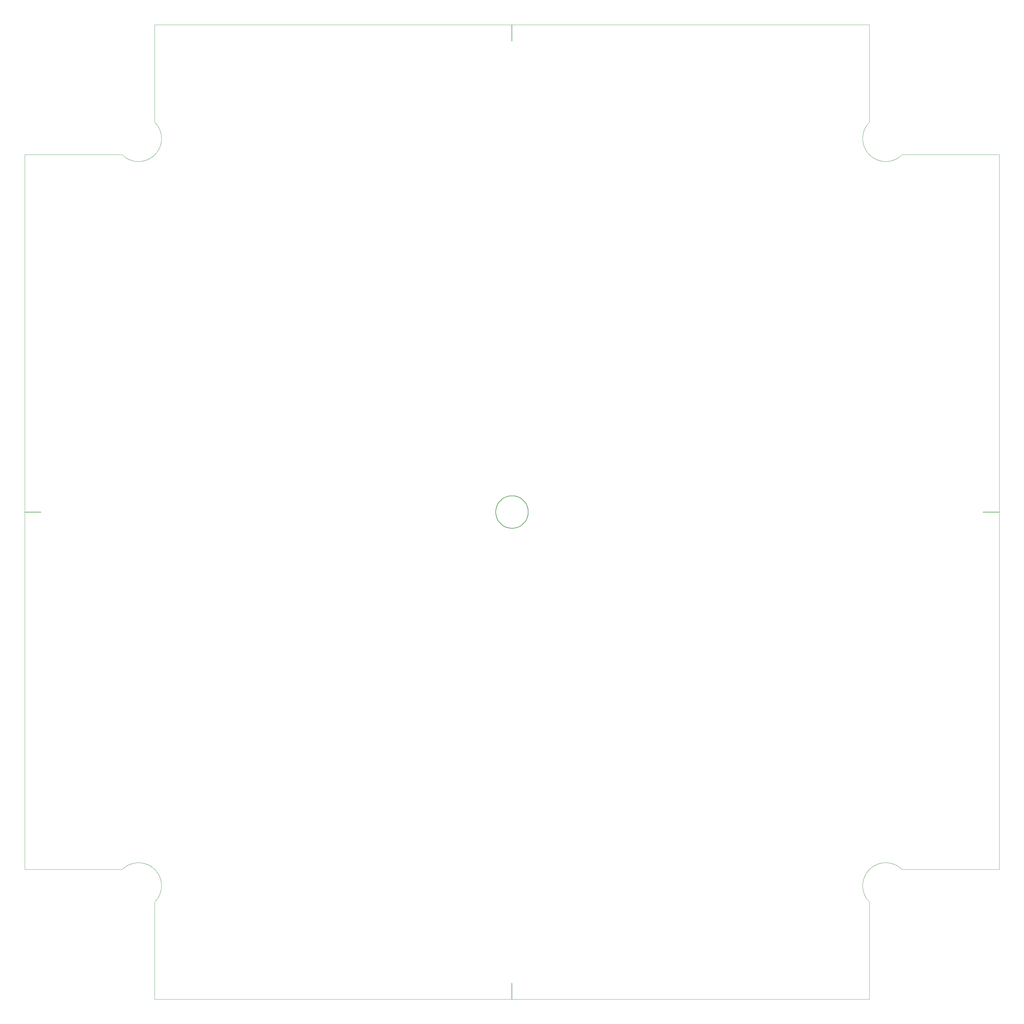
<source format=gto>
G75*
%MOIN*%
%OFA0B0*%
%FSLAX25Y25*%
%IPPOS*%
%LPD*%
%AMOC8*
5,1,8,0,0,1.08239X$1,22.5*
%
%ADD10C,0.00000*%
%ADD11C,0.00748*%
D10*
X0198650Y0159280D02*
X0199127Y0159769D01*
X0199592Y0160269D01*
X0200045Y0160781D01*
X0200485Y0161304D01*
X0200912Y0161838D01*
X0201325Y0162381D01*
X0201726Y0162935D01*
X0202112Y0163498D01*
X0202485Y0164071D01*
X0202843Y0164653D01*
X0203187Y0165243D01*
X0203517Y0165842D01*
X0203831Y0166448D01*
X0204131Y0167062D01*
X0204416Y0167683D01*
X0204685Y0168311D01*
X0204939Y0168946D01*
X0205177Y0169586D01*
X0205399Y0170232D01*
X0205605Y0170884D01*
X0205796Y0171540D01*
X0205970Y0172201D01*
X0206128Y0172865D01*
X0206269Y0173534D01*
X0206394Y0174206D01*
X0206503Y0174880D01*
X0206595Y0175557D01*
X0206670Y0176236D01*
X0206729Y0176917D01*
X0206770Y0177599D01*
X0206796Y0178282D01*
X0206804Y0178965D01*
X0206796Y0179648D01*
X0206770Y0180331D01*
X0206729Y0181013D01*
X0206670Y0181694D01*
X0206595Y0182373D01*
X0206503Y0183050D01*
X0206394Y0183724D01*
X0206269Y0184396D01*
X0206128Y0185065D01*
X0205970Y0185729D01*
X0205796Y0186390D01*
X0205605Y0187046D01*
X0205399Y0187698D01*
X0205177Y0188344D01*
X0204939Y0188984D01*
X0204685Y0189619D01*
X0204416Y0190247D01*
X0204131Y0190868D01*
X0203831Y0191482D01*
X0203517Y0192088D01*
X0203187Y0192687D01*
X0202843Y0193277D01*
X0202485Y0193859D01*
X0202112Y0194432D01*
X0201726Y0194995D01*
X0201325Y0195549D01*
X0200912Y0196092D01*
X0200485Y0196626D01*
X0200045Y0197149D01*
X0199592Y0197661D01*
X0199127Y0198161D01*
X0198650Y0198650D01*
X0198161Y0199127D01*
X0197661Y0199592D01*
X0197149Y0200045D01*
X0196626Y0200485D01*
X0196092Y0200912D01*
X0195549Y0201325D01*
X0194995Y0201726D01*
X0194432Y0202112D01*
X0193859Y0202485D01*
X0193277Y0202843D01*
X0192687Y0203187D01*
X0192088Y0203517D01*
X0191482Y0203831D01*
X0190868Y0204131D01*
X0190247Y0204416D01*
X0189619Y0204685D01*
X0188984Y0204939D01*
X0188344Y0205177D01*
X0187698Y0205399D01*
X0187046Y0205605D01*
X0186390Y0205796D01*
X0185729Y0205970D01*
X0185065Y0206128D01*
X0184396Y0206269D01*
X0183724Y0206394D01*
X0183050Y0206503D01*
X0182373Y0206595D01*
X0181694Y0206670D01*
X0181013Y0206729D01*
X0180331Y0206770D01*
X0179648Y0206796D01*
X0178965Y0206804D01*
X0178282Y0206796D01*
X0177599Y0206770D01*
X0176917Y0206729D01*
X0176236Y0206670D01*
X0175557Y0206595D01*
X0174880Y0206503D01*
X0174206Y0206394D01*
X0173534Y0206269D01*
X0172865Y0206128D01*
X0172201Y0205970D01*
X0171540Y0205796D01*
X0170884Y0205605D01*
X0170232Y0205399D01*
X0169586Y0205177D01*
X0168946Y0204939D01*
X0168311Y0204685D01*
X0167683Y0204416D01*
X0167062Y0204131D01*
X0166448Y0203831D01*
X0165842Y0203517D01*
X0165243Y0203187D01*
X0164653Y0202843D01*
X0164071Y0202485D01*
X0163498Y0202112D01*
X0162935Y0201726D01*
X0162381Y0201325D01*
X0161838Y0200912D01*
X0161304Y0200485D01*
X0160781Y0200045D01*
X0160269Y0199592D01*
X0159769Y0199127D01*
X0159280Y0198650D01*
X0041170Y0198650D01*
X0041170Y1064792D01*
X0159280Y1064792D01*
X0159765Y1064318D01*
X0160262Y1063857D01*
X0160769Y1063407D01*
X0161288Y1062971D01*
X0161817Y1062547D01*
X0162356Y1062135D01*
X0162905Y1061738D01*
X0163463Y1061353D01*
X0164031Y1060983D01*
X0164607Y1060626D01*
X0165193Y1060283D01*
X0165786Y1059955D01*
X0166387Y1059642D01*
X0166995Y1059343D01*
X0167611Y1059059D01*
X0168233Y1058790D01*
X0168862Y1058536D01*
X0169497Y1058298D01*
X0170137Y1058075D01*
X0170782Y1057868D01*
X0171433Y1057676D01*
X0172088Y1057501D01*
X0172747Y1057341D01*
X0173409Y1057198D01*
X0174075Y1057071D01*
X0174744Y1056960D01*
X0175415Y1056865D01*
X0176089Y1056787D01*
X0176764Y1056725D01*
X0177440Y1056680D01*
X0178118Y1056651D01*
X0178796Y1056639D01*
X0179473Y1056643D01*
X0180151Y1056663D01*
X0180828Y1056700D01*
X0181504Y1056754D01*
X0182178Y1056824D01*
X0182851Y1056911D01*
X0183521Y1057013D01*
X0184188Y1057132D01*
X0184852Y1057268D01*
X0185513Y1057419D01*
X0186170Y1057587D01*
X0186823Y1057770D01*
X0187471Y1057969D01*
X0188114Y1058184D01*
X0188751Y1058415D01*
X0189383Y1058661D01*
X0190009Y1058922D01*
X0190628Y1059199D01*
X0191240Y1059490D01*
X0191845Y1059797D01*
X0192442Y1060118D01*
X0193031Y1060453D01*
X0193612Y1060803D01*
X0194184Y1061166D01*
X0194747Y1061544D01*
X0195301Y1061935D01*
X0195845Y1062339D01*
X0196379Y1062757D01*
X0196903Y1063187D01*
X0197416Y1063631D01*
X0197918Y1064086D01*
X0198409Y1064554D01*
X0198888Y1065033D01*
X0199356Y1065524D01*
X0199811Y1066026D01*
X0200255Y1066539D01*
X0200685Y1067063D01*
X0201103Y1067597D01*
X0201507Y1068141D01*
X0201898Y1068695D01*
X0202276Y1069258D01*
X0202639Y1069830D01*
X0202989Y1070411D01*
X0203324Y1071000D01*
X0203645Y1071597D01*
X0203952Y1072202D01*
X0204243Y1072814D01*
X0204520Y1073433D01*
X0204781Y1074059D01*
X0205027Y1074691D01*
X0205258Y1075328D01*
X0205473Y1075971D01*
X0205672Y1076619D01*
X0205855Y1077272D01*
X0206023Y1077929D01*
X0206174Y1078590D01*
X0206310Y1079254D01*
X0206429Y1079921D01*
X0206531Y1080591D01*
X0206618Y1081264D01*
X0206688Y1081938D01*
X0206742Y1082614D01*
X0206779Y1083291D01*
X0206799Y1083969D01*
X0206803Y1084646D01*
X0206791Y1085324D01*
X0206762Y1086002D01*
X0206717Y1086678D01*
X0206655Y1087353D01*
X0206577Y1088027D01*
X0206482Y1088698D01*
X0206371Y1089367D01*
X0206244Y1090033D01*
X0206101Y1090695D01*
X0205941Y1091354D01*
X0205766Y1092009D01*
X0205574Y1092660D01*
X0205367Y1093305D01*
X0205144Y1093945D01*
X0204906Y1094580D01*
X0204652Y1095209D01*
X0204383Y1095831D01*
X0204099Y1096447D01*
X0203800Y1097055D01*
X0203487Y1097656D01*
X0203159Y1098249D01*
X0202816Y1098835D01*
X0202459Y1099411D01*
X0202089Y1099979D01*
X0201704Y1100537D01*
X0201307Y1101086D01*
X0200895Y1101625D01*
X0200471Y1102154D01*
X0200035Y1102673D01*
X0199585Y1103180D01*
X0199124Y1103677D01*
X0198650Y1104162D01*
X0198650Y1222272D01*
X1064792Y1222272D01*
X1064792Y1104162D01*
X1064318Y1103677D01*
X1063857Y1103180D01*
X1063407Y1102673D01*
X1062971Y1102154D01*
X1062547Y1101625D01*
X1062135Y1101086D01*
X1061738Y1100537D01*
X1061353Y1099979D01*
X1060983Y1099411D01*
X1060626Y1098835D01*
X1060283Y1098249D01*
X1059955Y1097656D01*
X1059642Y1097055D01*
X1059343Y1096447D01*
X1059059Y1095831D01*
X1058790Y1095209D01*
X1058536Y1094580D01*
X1058298Y1093945D01*
X1058075Y1093305D01*
X1057868Y1092660D01*
X1057676Y1092009D01*
X1057501Y1091354D01*
X1057341Y1090695D01*
X1057198Y1090033D01*
X1057071Y1089367D01*
X1056960Y1088698D01*
X1056865Y1088027D01*
X1056787Y1087353D01*
X1056725Y1086678D01*
X1056680Y1086002D01*
X1056651Y1085324D01*
X1056639Y1084646D01*
X1056643Y1083969D01*
X1056663Y1083291D01*
X1056700Y1082614D01*
X1056754Y1081938D01*
X1056824Y1081264D01*
X1056911Y1080591D01*
X1057013Y1079921D01*
X1057132Y1079254D01*
X1057268Y1078590D01*
X1057419Y1077929D01*
X1057587Y1077272D01*
X1057770Y1076619D01*
X1057969Y1075971D01*
X1058184Y1075328D01*
X1058415Y1074691D01*
X1058661Y1074059D01*
X1058922Y1073433D01*
X1059199Y1072814D01*
X1059490Y1072202D01*
X1059797Y1071597D01*
X1060118Y1071000D01*
X1060453Y1070411D01*
X1060803Y1069830D01*
X1061166Y1069258D01*
X1061544Y1068695D01*
X1061935Y1068141D01*
X1062339Y1067597D01*
X1062757Y1067063D01*
X1063187Y1066539D01*
X1063631Y1066026D01*
X1064086Y1065524D01*
X1064554Y1065033D01*
X1065033Y1064554D01*
X1065524Y1064086D01*
X1066026Y1063631D01*
X1066539Y1063187D01*
X1067063Y1062757D01*
X1067597Y1062339D01*
X1068141Y1061935D01*
X1068695Y1061544D01*
X1069258Y1061166D01*
X1069830Y1060803D01*
X1070411Y1060453D01*
X1071000Y1060118D01*
X1071597Y1059797D01*
X1072202Y1059490D01*
X1072814Y1059199D01*
X1073433Y1058922D01*
X1074059Y1058661D01*
X1074691Y1058415D01*
X1075328Y1058184D01*
X1075971Y1057969D01*
X1076619Y1057770D01*
X1077272Y1057587D01*
X1077929Y1057419D01*
X1078590Y1057268D01*
X1079254Y1057132D01*
X1079921Y1057013D01*
X1080591Y1056911D01*
X1081264Y1056824D01*
X1081938Y1056754D01*
X1082614Y1056700D01*
X1083291Y1056663D01*
X1083969Y1056643D01*
X1084646Y1056639D01*
X1085324Y1056651D01*
X1086002Y1056680D01*
X1086678Y1056725D01*
X1087353Y1056787D01*
X1088027Y1056865D01*
X1088698Y1056960D01*
X1089367Y1057071D01*
X1090033Y1057198D01*
X1090695Y1057341D01*
X1091354Y1057501D01*
X1092009Y1057676D01*
X1092660Y1057868D01*
X1093305Y1058075D01*
X1093945Y1058298D01*
X1094580Y1058536D01*
X1095209Y1058790D01*
X1095831Y1059059D01*
X1096447Y1059343D01*
X1097055Y1059642D01*
X1097656Y1059955D01*
X1098249Y1060283D01*
X1098835Y1060626D01*
X1099411Y1060983D01*
X1099979Y1061353D01*
X1100537Y1061738D01*
X1101086Y1062135D01*
X1101625Y1062547D01*
X1102154Y1062971D01*
X1102673Y1063407D01*
X1103180Y1063857D01*
X1103677Y1064318D01*
X1104162Y1064792D01*
X1222272Y1064792D01*
X1222272Y0198650D01*
X1104162Y0198650D01*
X1103677Y0199124D01*
X1103180Y0199585D01*
X1102673Y0200035D01*
X1102154Y0200471D01*
X1101625Y0200895D01*
X1101086Y0201307D01*
X1100537Y0201704D01*
X1099979Y0202089D01*
X1099411Y0202459D01*
X1098835Y0202816D01*
X1098249Y0203159D01*
X1097656Y0203487D01*
X1097055Y0203800D01*
X1096447Y0204099D01*
X1095831Y0204383D01*
X1095209Y0204652D01*
X1094580Y0204906D01*
X1093945Y0205144D01*
X1093305Y0205367D01*
X1092660Y0205574D01*
X1092009Y0205766D01*
X1091354Y0205941D01*
X1090695Y0206101D01*
X1090033Y0206244D01*
X1089367Y0206371D01*
X1088698Y0206482D01*
X1088027Y0206577D01*
X1087353Y0206655D01*
X1086678Y0206717D01*
X1086002Y0206762D01*
X1085324Y0206791D01*
X1084646Y0206803D01*
X1083969Y0206799D01*
X1083291Y0206779D01*
X1082614Y0206742D01*
X1081938Y0206688D01*
X1081264Y0206618D01*
X1080591Y0206531D01*
X1079921Y0206429D01*
X1079254Y0206310D01*
X1078590Y0206174D01*
X1077929Y0206023D01*
X1077272Y0205855D01*
X1076619Y0205672D01*
X1075971Y0205473D01*
X1075328Y0205258D01*
X1074691Y0205027D01*
X1074059Y0204781D01*
X1073433Y0204520D01*
X1072814Y0204243D01*
X1072202Y0203952D01*
X1071597Y0203645D01*
X1071000Y0203324D01*
X1070411Y0202989D01*
X1069830Y0202639D01*
X1069258Y0202276D01*
X1068695Y0201898D01*
X1068141Y0201507D01*
X1067597Y0201103D01*
X1067063Y0200685D01*
X1066539Y0200255D01*
X1066026Y0199811D01*
X1065524Y0199356D01*
X1065033Y0198888D01*
X1064554Y0198409D01*
X1064086Y0197918D01*
X1063631Y0197416D01*
X1063187Y0196903D01*
X1062757Y0196379D01*
X1062339Y0195845D01*
X1061935Y0195301D01*
X1061544Y0194747D01*
X1061166Y0194184D01*
X1060803Y0193612D01*
X1060453Y0193031D01*
X1060118Y0192442D01*
X1059797Y0191845D01*
X1059490Y0191240D01*
X1059199Y0190628D01*
X1058922Y0190009D01*
X1058661Y0189383D01*
X1058415Y0188751D01*
X1058184Y0188114D01*
X1057969Y0187471D01*
X1057770Y0186823D01*
X1057587Y0186170D01*
X1057419Y0185513D01*
X1057268Y0184852D01*
X1057132Y0184188D01*
X1057013Y0183521D01*
X1056911Y0182851D01*
X1056824Y0182178D01*
X1056754Y0181504D01*
X1056700Y0180828D01*
X1056663Y0180151D01*
X1056643Y0179473D01*
X1056639Y0178796D01*
X1056651Y0178118D01*
X1056680Y0177440D01*
X1056725Y0176764D01*
X1056787Y0176089D01*
X1056865Y0175415D01*
X1056960Y0174744D01*
X1057071Y0174075D01*
X1057198Y0173409D01*
X1057341Y0172747D01*
X1057501Y0172088D01*
X1057676Y0171433D01*
X1057868Y0170782D01*
X1058075Y0170137D01*
X1058298Y0169497D01*
X1058536Y0168862D01*
X1058790Y0168233D01*
X1059059Y0167611D01*
X1059343Y0166995D01*
X1059642Y0166387D01*
X1059955Y0165786D01*
X1060283Y0165193D01*
X1060626Y0164607D01*
X1060983Y0164031D01*
X1061353Y0163463D01*
X1061738Y0162905D01*
X1062135Y0162356D01*
X1062547Y0161817D01*
X1062971Y0161288D01*
X1063407Y0160769D01*
X1063857Y0160262D01*
X1064318Y0159765D01*
X1064792Y0159280D01*
X1064792Y0041170D01*
X0198650Y0041170D01*
X0198650Y0159280D01*
D11*
X0631721Y0060855D02*
X0631721Y0041170D01*
X0612036Y0631721D02*
X0612042Y0632204D01*
X0612060Y0632687D01*
X0612089Y0633169D01*
X0612131Y0633650D01*
X0612184Y0634131D01*
X0612249Y0634609D01*
X0612326Y0635086D01*
X0612414Y0635561D01*
X0612514Y0636034D01*
X0612626Y0636504D01*
X0612749Y0636971D01*
X0612884Y0637435D01*
X0613030Y0637896D01*
X0613187Y0638353D01*
X0613355Y0638806D01*
X0613534Y0639254D01*
X0613725Y0639698D01*
X0613926Y0640137D01*
X0614138Y0640572D01*
X0614360Y0641000D01*
X0614593Y0641424D01*
X0614837Y0641841D01*
X0615090Y0642252D01*
X0615354Y0642657D01*
X0615627Y0643056D01*
X0615910Y0643447D01*
X0616202Y0643832D01*
X0616504Y0644209D01*
X0616815Y0644579D01*
X0617135Y0644941D01*
X0617464Y0645295D01*
X0617802Y0645640D01*
X0618147Y0645978D01*
X0618501Y0646307D01*
X0618863Y0646627D01*
X0619233Y0646938D01*
X0619610Y0647240D01*
X0619995Y0647532D01*
X0620386Y0647815D01*
X0620785Y0648088D01*
X0621190Y0648352D01*
X0621601Y0648605D01*
X0622018Y0648849D01*
X0622442Y0649082D01*
X0622870Y0649304D01*
X0623305Y0649516D01*
X0623744Y0649717D01*
X0624188Y0649908D01*
X0624636Y0650087D01*
X0625089Y0650255D01*
X0625546Y0650412D01*
X0626007Y0650558D01*
X0626471Y0650693D01*
X0626938Y0650816D01*
X0627408Y0650928D01*
X0627881Y0651028D01*
X0628356Y0651116D01*
X0628833Y0651193D01*
X0629311Y0651258D01*
X0629792Y0651311D01*
X0630273Y0651353D01*
X0630755Y0651382D01*
X0631238Y0651400D01*
X0631721Y0651406D01*
X0632204Y0651400D01*
X0632687Y0651382D01*
X0633169Y0651353D01*
X0633650Y0651311D01*
X0634131Y0651258D01*
X0634609Y0651193D01*
X0635086Y0651116D01*
X0635561Y0651028D01*
X0636034Y0650928D01*
X0636504Y0650816D01*
X0636971Y0650693D01*
X0637435Y0650558D01*
X0637896Y0650412D01*
X0638353Y0650255D01*
X0638806Y0650087D01*
X0639254Y0649908D01*
X0639698Y0649717D01*
X0640137Y0649516D01*
X0640572Y0649304D01*
X0641000Y0649082D01*
X0641424Y0648849D01*
X0641841Y0648605D01*
X0642252Y0648352D01*
X0642657Y0648088D01*
X0643056Y0647815D01*
X0643447Y0647532D01*
X0643832Y0647240D01*
X0644209Y0646938D01*
X0644579Y0646627D01*
X0644941Y0646307D01*
X0645295Y0645978D01*
X0645640Y0645640D01*
X0645978Y0645295D01*
X0646307Y0644941D01*
X0646627Y0644579D01*
X0646938Y0644209D01*
X0647240Y0643832D01*
X0647532Y0643447D01*
X0647815Y0643056D01*
X0648088Y0642657D01*
X0648352Y0642252D01*
X0648605Y0641841D01*
X0648849Y0641424D01*
X0649082Y0641000D01*
X0649304Y0640572D01*
X0649516Y0640137D01*
X0649717Y0639698D01*
X0649908Y0639254D01*
X0650087Y0638806D01*
X0650255Y0638353D01*
X0650412Y0637896D01*
X0650558Y0637435D01*
X0650693Y0636971D01*
X0650816Y0636504D01*
X0650928Y0636034D01*
X0651028Y0635561D01*
X0651116Y0635086D01*
X0651193Y0634609D01*
X0651258Y0634131D01*
X0651311Y0633650D01*
X0651353Y0633169D01*
X0651382Y0632687D01*
X0651400Y0632204D01*
X0651406Y0631721D01*
X0651400Y0631238D01*
X0651382Y0630755D01*
X0651353Y0630273D01*
X0651311Y0629792D01*
X0651258Y0629311D01*
X0651193Y0628833D01*
X0651116Y0628356D01*
X0651028Y0627881D01*
X0650928Y0627408D01*
X0650816Y0626938D01*
X0650693Y0626471D01*
X0650558Y0626007D01*
X0650412Y0625546D01*
X0650255Y0625089D01*
X0650087Y0624636D01*
X0649908Y0624188D01*
X0649717Y0623744D01*
X0649516Y0623305D01*
X0649304Y0622870D01*
X0649082Y0622442D01*
X0648849Y0622018D01*
X0648605Y0621601D01*
X0648352Y0621190D01*
X0648088Y0620785D01*
X0647815Y0620386D01*
X0647532Y0619995D01*
X0647240Y0619610D01*
X0646938Y0619233D01*
X0646627Y0618863D01*
X0646307Y0618501D01*
X0645978Y0618147D01*
X0645640Y0617802D01*
X0645295Y0617464D01*
X0644941Y0617135D01*
X0644579Y0616815D01*
X0644209Y0616504D01*
X0643832Y0616202D01*
X0643447Y0615910D01*
X0643056Y0615627D01*
X0642657Y0615354D01*
X0642252Y0615090D01*
X0641841Y0614837D01*
X0641424Y0614593D01*
X0641000Y0614360D01*
X0640572Y0614138D01*
X0640137Y0613926D01*
X0639698Y0613725D01*
X0639254Y0613534D01*
X0638806Y0613355D01*
X0638353Y0613187D01*
X0637896Y0613030D01*
X0637435Y0612884D01*
X0636971Y0612749D01*
X0636504Y0612626D01*
X0636034Y0612514D01*
X0635561Y0612414D01*
X0635086Y0612326D01*
X0634609Y0612249D01*
X0634131Y0612184D01*
X0633650Y0612131D01*
X0633169Y0612089D01*
X0632687Y0612060D01*
X0632204Y0612042D01*
X0631721Y0612036D01*
X0631238Y0612042D01*
X0630755Y0612060D01*
X0630273Y0612089D01*
X0629792Y0612131D01*
X0629311Y0612184D01*
X0628833Y0612249D01*
X0628356Y0612326D01*
X0627881Y0612414D01*
X0627408Y0612514D01*
X0626938Y0612626D01*
X0626471Y0612749D01*
X0626007Y0612884D01*
X0625546Y0613030D01*
X0625089Y0613187D01*
X0624636Y0613355D01*
X0624188Y0613534D01*
X0623744Y0613725D01*
X0623305Y0613926D01*
X0622870Y0614138D01*
X0622442Y0614360D01*
X0622018Y0614593D01*
X0621601Y0614837D01*
X0621190Y0615090D01*
X0620785Y0615354D01*
X0620386Y0615627D01*
X0619995Y0615910D01*
X0619610Y0616202D01*
X0619233Y0616504D01*
X0618863Y0616815D01*
X0618501Y0617135D01*
X0618147Y0617464D01*
X0617802Y0617802D01*
X0617464Y0618147D01*
X0617135Y0618501D01*
X0616815Y0618863D01*
X0616504Y0619233D01*
X0616202Y0619610D01*
X0615910Y0619995D01*
X0615627Y0620386D01*
X0615354Y0620785D01*
X0615090Y0621190D01*
X0614837Y0621601D01*
X0614593Y0622018D01*
X0614360Y0622442D01*
X0614138Y0622870D01*
X0613926Y0623305D01*
X0613725Y0623744D01*
X0613534Y0624188D01*
X0613355Y0624636D01*
X0613187Y0625089D01*
X0613030Y0625546D01*
X0612884Y0626007D01*
X0612749Y0626471D01*
X0612626Y0626938D01*
X0612514Y0627408D01*
X0612414Y0627881D01*
X0612326Y0628356D01*
X0612249Y0628833D01*
X0612184Y0629311D01*
X0612131Y0629792D01*
X0612089Y0630273D01*
X0612060Y0630755D01*
X0612042Y0631238D01*
X0612036Y0631721D01*
X0060855Y0631721D02*
X0041170Y0631721D01*
X0631721Y1202587D02*
X0631721Y1222272D01*
X1202587Y0631721D02*
X1222272Y0631721D01*
M02*

</source>
